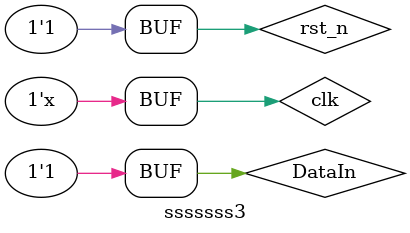
<source format=v>
`timescale 1ns / 1ps

module sssssss3();
parameter CLKPERIOD=100000000/1000000;
reg [2:0] functional;
    
 reg clk,rst_n,DataIn,choose;
 wire[3:0]r,g,b;
 wire hs,vs,active,wea;
// wire    uart_rx_done;
// wire	[7:0] data;
// wire    start_flag;
// reg [11:0]number = 12'd100;
//reg [18:0] rd_addr;
//wire [11:0] rd_data;
// wire[4:0] cnt1;
 top ut(1'b0,3'b010,DataIn,clk,rst_n,r,g,b,hs,vs,active,wea);
    //³õÊ¼»¯
    initial begin
    clk = 0;
    rst_n =0;
    DataIn = 1'b1;
    end
    //Éú³ÉÊ±ÖÓ¼¤Àø
    always #1
     clk = ~clk;
    
    //¸´Î»Ê¹ÄÜ
    initial begin
    #(CLKPERIOD) rst_n = 1;
    end
    //Ä£Äâ·¢ËÍÊý¾Ý
    initial begin
     #(CLKPERIOD*4) DataIn = 0;//b
      #(CLKPERIOD) DataIn = 0;
      #(CLKPERIOD) DataIn = 1;
      #(CLKPERIOD) DataIn = 0;
      #(CLKPERIOD) DataIn = 0;
      #(CLKPERIOD) DataIn = 0;
      #(CLKPERIOD) DataIn = 1;
      #(CLKPERIOD) DataIn = 1;
      #(CLKPERIOD) DataIn = 0;
       #(CLKPERIOD) DataIn = 1;
       
//      #(CLKPERIOD*4) DataIn = 0;//3
//      #(CLKPERIOD) DataIn = 1;
//      #(CLKPERIOD) DataIn = 1;
//      #(CLKPERIOD) DataIn = 0;
//      #(CLKPERIOD) DataIn = 0;
//      #(CLKPERIOD) DataIn = 1;
//      #(CLKPERIOD) DataIn = 1;
//      #(CLKPERIOD) DataIn = 0;
//      #(CLKPERIOD) DataIn = 0;
//       #(CLKPERIOD) DataIn = 1;
       
       #(CLKPERIOD*4) DataIn = 0;//1
      #(CLKPERIOD) DataIn = 1;
      #(CLKPERIOD) DataIn = 0;
      #(CLKPERIOD) DataIn = 0;
      #(CLKPERIOD) DataIn = 0;
      #(CLKPERIOD) DataIn = 1;
      #(CLKPERIOD) DataIn = 1;
      #(CLKPERIOD) DataIn = 0;
      #(CLKPERIOD) DataIn = 0;
       #(CLKPERIOD) DataIn = 1;
       //
       //
       //
       #(CLKPERIOD*4) DataIn = 0;//,
      #(CLKPERIOD) DataIn = 0;
      #(CLKPERIOD) DataIn = 0;
      #(CLKPERIOD) DataIn = 1;
      #(CLKPERIOD) DataIn = 1;
      #(CLKPERIOD) DataIn = 0;
      #(CLKPERIOD) DataIn = 1;
      #(CLKPERIOD) DataIn = 0;
      #(CLKPERIOD) DataIn = 0;
       #(CLKPERIOD) DataIn = 1;
       
//        #(CLKPERIOD*4) DataIn = 0;//2
//        #(CLKPERIOD) DataIn = 0;
//        #(CLKPERIOD) DataIn = 1;
//        #(CLKPERIOD) DataIn = 0;
//        #(CLKPERIOD) DataIn = 0;
//        #(CLKPERIOD) DataIn = 1;
//        #(CLKPERIOD) DataIn = 1;
//        #(CLKPERIOD) DataIn = 0;
//        #(CLKPERIOD) DataIn = 0;
//         #(CLKPERIOD) DataIn = 1;
             
         #(CLKPERIOD*4) DataIn = 0;//1
            #(CLKPERIOD) DataIn = 1;
            #(CLKPERIOD) DataIn = 0;
            #(CLKPERIOD) DataIn = 0;
            #(CLKPERIOD) DataIn = 0;
            #(CLKPERIOD) DataIn = 1;
            #(CLKPERIOD) DataIn = 1;
            #(CLKPERIOD) DataIn = 0;
            #(CLKPERIOD) DataIn = 0;
             #(CLKPERIOD) DataIn = 1;
             //
             //
             //
             #(CLKPERIOD*4) DataIn = 0;//,
            #(CLKPERIOD) DataIn = 0;
            #(CLKPERIOD) DataIn = 0;
            #(CLKPERIOD) DataIn = 1;
            #(CLKPERIOD) DataIn = 1;
            #(CLKPERIOD) DataIn = 0;
            #(CLKPERIOD) DataIn = 1;
            #(CLKPERIOD) DataIn = 0;
            #(CLKPERIOD) DataIn = 0;
             #(CLKPERIOD) DataIn = 1;
             
                 #(CLKPERIOD*4) DataIn = 0;//1
                     #(CLKPERIOD) DataIn = 1;
                     #(CLKPERIOD) DataIn = 0;
                     #(CLKPERIOD) DataIn = 0;
                     #(CLKPERIOD) DataIn = 0;
                     #(CLKPERIOD) DataIn = 1;
                     #(CLKPERIOD) DataIn = 1;
                     #(CLKPERIOD) DataIn = 0;
                     #(CLKPERIOD) DataIn = 0;
                      #(CLKPERIOD) DataIn = 1;
                      //
                      //
                      //
                      #(CLKPERIOD*4) DataIn = 0;//,
                     #(CLKPERIOD) DataIn = 0;
                     #(CLKPERIOD) DataIn = 0;
                     #(CLKPERIOD) DataIn = 1;
                     #(CLKPERIOD) DataIn = 1;
                     #(CLKPERIOD) DataIn = 0;
                     #(CLKPERIOD) DataIn = 1;
                     #(CLKPERIOD) DataIn = 0;
                     #(CLKPERIOD) DataIn = 0;
                      #(CLKPERIOD) DataIn = 1;
                      
        #(CLKPERIOD*4) DataIn = 0;//2
                                         #(CLKPERIOD) DataIn = 0;
                                         #(CLKPERIOD) DataIn = 1;
                                         #(CLKPERIOD) DataIn = 0;
                                         #(CLKPERIOD) DataIn = 0;
                                         #(CLKPERIOD) DataIn = 1;
                                         #(CLKPERIOD) DataIn = 1;
                                         #(CLKPERIOD) DataIn = 0;
                                         #(CLKPERIOD) DataIn = 0;
                                          #(CLKPERIOD) DataIn = 1;
                                          //
                                          //
                                          //
                                          #(CLKPERIOD*4) DataIn = 0;//,
                                         #(CLKPERIOD) DataIn = 0;
                                         #(CLKPERIOD) DataIn = 0;
                                         #(CLKPERIOD) DataIn = 1;
                                         #(CLKPERIOD) DataIn = 1;
                                         #(CLKPERIOD) DataIn = 0;
                                         #(CLKPERIOD) DataIn = 1;
                                         #(CLKPERIOD) DataIn = 0;
                                         #(CLKPERIOD) DataIn = 0;
                                          #(CLKPERIOD) DataIn = 1;                
             
      #(CLKPERIOD*4) DataIn = 0;//1
      #(CLKPERIOD) DataIn = 1;
      #(CLKPERIOD) DataIn = 0;
      #(CLKPERIOD) DataIn = 0;
      #(CLKPERIOD) DataIn = 0;
      #(CLKPERIOD) DataIn = 1;
      #(CLKPERIOD) DataIn = 1;
      #(CLKPERIOD) DataIn = 0;
      #(CLKPERIOD) DataIn = 0;
       #(CLKPERIOD) DataIn = 1;
       
       #(CLKPERIOD*4) DataIn = 0;//5
      #(CLKPERIOD) DataIn = 1;
      #(CLKPERIOD) DataIn = 0;
      #(CLKPERIOD) DataIn = 1;
      #(CLKPERIOD) DataIn = 0;
      #(CLKPERIOD) DataIn = 1;
      #(CLKPERIOD) DataIn = 1;
      #(CLKPERIOD) DataIn = 0;
      #(CLKPERIOD) DataIn = 0;
       #(CLKPERIOD) DataIn = 1;
       //
       //
       //
       #(CLKPERIOD*4) DataIn = 0;//,
                   #(CLKPERIOD) DataIn = 0;
                   #(CLKPERIOD) DataIn = 0;
                   #(CLKPERIOD) DataIn = 1;
                   #(CLKPERIOD) DataIn = 1;
                   #(CLKPERIOD) DataIn = 0;
                   #(CLKPERIOD) DataIn = 1;
                   #(CLKPERIOD) DataIn = 0;
                   #(CLKPERIOD) DataIn = 0;
                    #(CLKPERIOD) DataIn = 1;
                    
       #(CLKPERIOD*4) DataIn = 0;//0
      #(CLKPERIOD) DataIn = 0;
      #(CLKPERIOD) DataIn = 0;
      #(CLKPERIOD) DataIn = 0;
      #(CLKPERIOD) DataIn = 0;
      #(CLKPERIOD) DataIn = 1;
      #(CLKPERIOD) DataIn = 1;
      #(CLKPERIOD) DataIn = 0;
      #(CLKPERIOD) DataIn = 0;
       #(CLKPERIOD) DataIn = 1;
       
       #(CLKPERIOD*4) DataIn = 0;//,
                   #(CLKPERIOD) DataIn = 0;
                   #(CLKPERIOD) DataIn = 0;
                   #(CLKPERIOD) DataIn = 1;
                   #(CLKPERIOD) DataIn = 1;
                   #(CLKPERIOD) DataIn = 0;
                   #(CLKPERIOD) DataIn = 1;
                   #(CLKPERIOD) DataIn = 0;
                   #(CLKPERIOD) DataIn = 0;
                    #(CLKPERIOD) DataIn = 1;
       
       #(CLKPERIOD*4) DataIn = 0;//0
                          #(CLKPERIOD) DataIn = 0;
                          #(CLKPERIOD) DataIn = 0;
                          #(CLKPERIOD) DataIn = 0;
                          #(CLKPERIOD) DataIn = 0;
                          #(CLKPERIOD) DataIn = 1;
                          #(CLKPERIOD) DataIn = 1;
                          #(CLKPERIOD) DataIn = 0;
                          #(CLKPERIOD) DataIn = 0;
                           #(CLKPERIOD) DataIn = 1;
                           
                           #(CLKPERIOD*4) DataIn = 0;//,
                                       #(CLKPERIOD) DataIn = 0;
                                       #(CLKPERIOD) DataIn = 0;
                                       #(CLKPERIOD) DataIn = 1;
                                       #(CLKPERIOD) DataIn = 1;
                                       #(CLKPERIOD) DataIn = 0;
                                       #(CLKPERIOD) DataIn = 1;
                                       #(CLKPERIOD) DataIn = 0;
                                       #(CLKPERIOD) DataIn = 0;
                                        #(CLKPERIOD) DataIn = 1;
    end
endmodule


</source>
